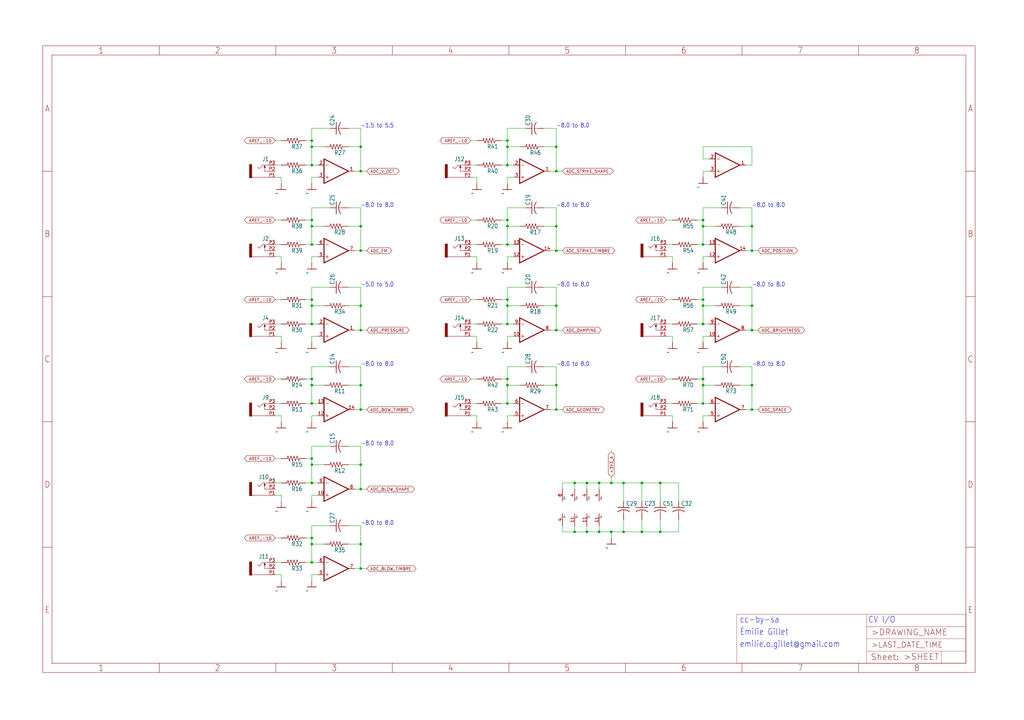
<source format=kicad_sch>
(kicad_sch (version 20211123) (generator eeschema)
  (paper "User" 425.45 299.161)
  (lib_symbols
    (symbol "elements-eagle-import:A3L-LOC"
      (symbol "A3L-LOC_1_0"
        (text "1" (at 24.2094 1.905 0) (effects (font (size 2.54 2.286))))
        (text "1" (at 24.2094 258.445 0) (effects (font (size 2.54 2.286))))
        (text "2" (at 72.6281 1.905 0) (effects (font (size 2.54 2.286))))
        (text "2" (at 72.6281 258.445 0) (effects (font (size 2.54 2.286))))
        (text "3" (at 121.0469 1.905 0) (effects (font (size 2.54 2.286))))
        (text "3" (at 121.0469 258.445 0) (effects (font (size 2.54 2.286))))
        (text "4" (at 169.4656 1.905 0) (effects (font (size 2.54 2.286))))
        (text "4" (at 169.4656 258.445 0) (effects (font (size 2.54 2.286))))
        (text "5" (at 217.8844 1.905 0) (effects (font (size 2.54 2.286))))
        (text "5" (at 217.8844 258.445 0) (effects (font (size 2.54 2.286))))
        (text "6" (at 266.3031 1.905 0) (effects (font (size 2.54 2.286))))
        (text "6" (at 266.3031 258.445 0) (effects (font (size 2.54 2.286))))
        (text "7" (at 314.7219 1.905 0) (effects (font (size 2.54 2.286))))
        (text "7" (at 314.7219 258.445 0) (effects (font (size 2.54 2.286))))
        (text "8" (at 363.1406 1.905 0) (effects (font (size 2.54 2.286))))
        (text "8" (at 363.1406 258.445 0) (effects (font (size 2.54 2.286))))
        (text ">DRAWING_NAME" (at 344.17 15.24 0) (effects (font (size 2.54 2.54)) (justify left bottom)))
        (text ">LAST_DATE_TIME" (at 344.17 10.16 0) (effects (font (size 2.286 2.286)) (justify left bottom)))
        (text ">SHEET" (at 357.505 5.08 0) (effects (font (size 2.54 2.54)) (justify left bottom)))
        (text "A" (at 1.905 234.315 0) (effects (font (size 2.54 2.286))))
        (text "A" (at 385.445 234.315 0) (effects (font (size 2.54 2.286))))
        (text "B" (at 1.905 182.245 0) (effects (font (size 2.54 2.286))))
        (text "B" (at 385.445 182.245 0) (effects (font (size 2.54 2.286))))
        (text "C" (at 1.905 130.175 0) (effects (font (size 2.54 2.286))))
        (text "C" (at 385.445 130.175 0) (effects (font (size 2.54 2.286))))
        (text "D" (at 1.905 78.105 0) (effects (font (size 2.54 2.286))))
        (text "D" (at 385.445 78.105 0) (effects (font (size 2.54 2.286))))
        (text "E" (at 1.905 26.035 0) (effects (font (size 2.54 2.286))))
        (text "E" (at 385.445 26.035 0) (effects (font (size 2.54 2.286))))
        (text "Sheet:" (at 343.916 4.953 0) (effects (font (size 2.54 2.54)) (justify left bottom)))
      )
    )
    (symbol "elements-eagle-import:C-USC0603"
      (property "Reference" "C" (at 1.016 0.635 0))
      (property "Value" "C-USC0603" (at 1.016 -4.191 0))
      (symbol "C-USC0603_1_0"
        (pin passive line (at 0 2.54 270) (length 2.54) (name "1") (number "1"))
        (pin passive line (at 0 -5.08 90) (length 2.54) (name "2") (number "2"))
      )
    )
    (symbol "elements-eagle-import:GND" (power)
      (property "Value" "GND" (at -2.54 -2.54 0))
      (symbol "GND_1_0"
        (pin power_in line (at 0 2.54 270) (length 2.54) (name "GND") (number "1"))
      )
    )
    (symbol "elements-eagle-import:PJ301_THONKICONN6"
      (property "Reference" "J" (at -2.54 4.064 0))
      (symbol "PJ301_THONKICONN6_1_0"
        (pin passive line (at -5.08 -2.54 0) (length 2.54) (name "1") (number "P1"))
        (pin passive line (at -5.08 0 0) (length 2.54) (name "2") (number "P2"))
        (pin passive line (at -5.08 2.54 0) (length 2.54) (name "3") (number "P3"))
      )
    )
    (symbol "elements-eagle-import:R-US_R0603"
      (property "Reference" "R" (at -3.81 1.4986 0))
      (property "Value" "R-US_R0603" (at -3.81 -3.302 0))
      (symbol "R-US_R0603_1_0"
        (pin passive line (at -5.08 0 0) (length 2.54) (name "1") (number "1"))
        (pin passive line (at 5.08 0 180) (length 2.54) (name "2") (number "2"))
      )
    )
    (symbol "elements-eagle-import:TL072D"
      (symbol "TL072D_1_0"
        (pin output line (at 7.62 0 180) (length 2.54) (name "OUT") (number "1"))
        (pin input line (at -7.62 -2.54 0) (length 2.54) (name "-IN") (number "2"))
        (pin input line (at -7.62 2.54 0) (length 2.54) (name "+IN") (number "3"))
      )
      (symbol "TL072D_2_0"
        (pin input line (at -7.62 2.54 0) (length 2.54) (name "+IN") (number "5"))
        (pin input line (at -7.62 -2.54 0) (length 2.54) (name "-IN") (number "6"))
        (pin output line (at 7.62 0 180) (length 2.54) (name "OUT") (number "7"))
      )
      (symbol "TL072D_3_0"
        (text "V+" (at 1.27 3.175 900) (effects (font (size 0.8128 0.6908)) (justify left bottom)))
        (text "V-" (at 1.27 -4.445 900) (effects (font (size 0.8128 0.6908)) (justify left bottom)))
        (pin power_in line (at 0 -7.62 90) (length 5.08) (name "V-") (number "4"))
        (pin power_in line (at 0 7.62 270) (length 5.08) (name "V+") (number "8"))
      )
    )
    (symbol "elements-eagle-import:TL074D"
      (symbol "TL074D_1_0"
        (pin output line (at 7.62 0 180) (length 2.54) (name "OUT") (number "1"))
        (pin input line (at -7.62 -2.54 0) (length 2.54) (name "-IN") (number "2"))
        (pin input line (at -7.62 2.54 0) (length 2.54) (name "+IN") (number "3"))
      )
      (symbol "TL074D_2_0"
        (pin input line (at -7.62 2.54 0) (length 2.54) (name "+IN") (number "5"))
        (pin input line (at -7.62 -2.54 0) (length 2.54) (name "-IN") (number "6"))
        (pin output line (at 7.62 0 180) (length 2.54) (name "OUT") (number "7"))
      )
      (symbol "TL074D_3_0"
        (pin input line (at -7.62 2.54 0) (length 2.54) (name "+IN") (number "10"))
        (pin output line (at 7.62 0 180) (length 2.54) (name "OUT") (number "8"))
        (pin input line (at -7.62 -2.54 0) (length 2.54) (name "-IN") (number "9"))
      )
      (symbol "TL074D_4_0"
        (pin input line (at -7.62 2.54 0) (length 2.54) (name "+IN") (number "12"))
        (pin input line (at -7.62 -2.54 0) (length 2.54) (name "-IN") (number "13"))
        (pin output line (at 7.62 0 180) (length 2.54) (name "OUT") (number "14"))
      )
      (symbol "TL074D_5_0"
        (text "V+" (at 1.27 3.175 900) (effects (font (size 0.8128 0.6908)) (justify left bottom)))
        (text "V-" (at 1.27 -4.445 900) (effects (font (size 0.8128 0.6908)) (justify left bottom)))
        (pin power_in line (at 0 -7.62 90) (length 5.08) (name "V-") (number "11"))
        (pin power_in line (at 0 7.62 270) (length 5.08) (name "V+") (number "4"))
      )
    )
  )
  (junction (at 312.42 137.16))
  (junction (at 231.14 60.96))
  (junction (at 149.86 160.02))
  (junction (at 238.76 200.66))
  (junction (at 149.86 170.18))
  (junction (at 292.1 91.44))
  (junction (at 129.54 167.64))
  (junction (at 210.82 167.64))
  (junction (at 210.82 160.02))
  (junction (at 266.7 200.66))
  (junction (at 254 220.98))
  (junction (at 292.1 93.98))
  (junction (at 231.14 104.14))
  (junction (at 312.42 104.14))
  (junction (at 231.14 160.02))
  (junction (at 243.84 200.66))
  (junction (at 248.92 200.66))
  (junction (at 149.86 236.22))
  (junction (at 312.42 160.02))
  (junction (at 254 200.66))
  (junction (at 292.1 101.6))
  (junction (at 210.82 101.6))
  (junction (at 292.1 167.64))
  (junction (at 312.42 93.98))
  (junction (at 129.54 91.44))
  (junction (at 129.54 124.46))
  (junction (at 129.54 160.02))
  (junction (at 259.08 220.98))
  (junction (at 210.82 60.96))
  (junction (at 149.86 127))
  (junction (at 210.82 68.58))
  (junction (at 149.86 104.14))
  (junction (at 231.14 93.98))
  (junction (at 231.14 170.18))
  (junction (at 266.7 220.98))
  (junction (at 210.82 127))
  (junction (at 210.82 134.62))
  (junction (at 149.86 60.96))
  (junction (at 129.54 68.58))
  (junction (at 129.54 233.68))
  (junction (at 129.54 93.98))
  (junction (at 238.76 220.98))
  (junction (at 129.54 193.04))
  (junction (at 292.1 124.46))
  (junction (at 129.54 127))
  (junction (at 243.84 220.98))
  (junction (at 292.1 127))
  (junction (at 129.54 200.66))
  (junction (at 274.32 200.66))
  (junction (at 248.92 220.98))
  (junction (at 231.14 71.12))
  (junction (at 210.82 124.46))
  (junction (at 259.08 200.66))
  (junction (at 210.82 157.48))
  (junction (at 129.54 60.96))
  (junction (at 312.42 170.18))
  (junction (at 129.54 157.48))
  (junction (at 274.32 220.98))
  (junction (at 210.82 91.44))
  (junction (at 312.42 127))
  (junction (at 149.86 203.2))
  (junction (at 292.1 134.62))
  (junction (at 129.54 190.5))
  (junction (at 231.14 137.16))
  (junction (at 129.54 134.62))
  (junction (at 149.86 71.12))
  (junction (at 292.1 157.48))
  (junction (at 129.54 58.42))
  (junction (at 231.14 127))
  (junction (at 149.86 93.98))
  (junction (at 149.86 193.04))
  (junction (at 149.86 226.06))
  (junction (at 292.1 160.02))
  (junction (at 129.54 101.6))
  (junction (at 129.54 223.52))
  (junction (at 210.82 93.98))
  (junction (at 149.86 137.16))
  (junction (at 129.54 226.06))
  (junction (at 210.82 58.42))
  (wire (pts (xy 312.42 86.36) (xy 312.42 93.98)))
  (wire (pts (xy 149.86 170.18) (xy 147.32 170.18)))
  (wire (pts (xy 144.78 93.98) (xy 149.86 93.98)))
  (wire (pts (xy 259.08 215.9) (xy 259.08 220.98)))
  (wire (pts (xy 218.44 86.36) (xy 210.82 86.36)))
  (wire (pts (xy 129.54 205.74) (xy 129.54 208.28)))
  (wire (pts (xy 114.3 91.44) (xy 116.84 91.44)))
  (wire (pts (xy 144.78 86.36) (xy 149.86 86.36)))
  (wire (pts (xy 129.54 68.58) (xy 132.08 68.58)))
  (wire (pts (xy 144.78 119.38) (xy 149.86 119.38)))
  (wire (pts (xy 312.42 127) (xy 312.42 137.16)))
  (wire (pts (xy 114.3 68.58) (xy 116.84 68.58)))
  (wire (pts (xy 312.42 170.18) (xy 309.88 170.18)))
  (wire (pts (xy 231.14 71.12) (xy 233.68 71.12)))
  (wire (pts (xy 210.82 127) (xy 210.82 134.62)))
  (wire (pts (xy 292.1 60.96) (xy 312.42 60.96)))
  (wire (pts (xy 208.28 167.64) (xy 210.82 167.64)))
  (wire (pts (xy 226.06 53.34) (xy 231.14 53.34)))
  (wire (pts (xy 134.62 226.06) (xy 129.54 226.06)))
  (wire (pts (xy 127 101.6) (xy 129.54 101.6)))
  (wire (pts (xy 129.54 226.06) (xy 129.54 233.68)))
  (wire (pts (xy 114.3 190.5) (xy 116.84 190.5)))
  (wire (pts (xy 132.08 106.68) (xy 129.54 106.68)))
  (wire (pts (xy 127 134.62) (xy 129.54 134.62)))
  (wire (pts (xy 292.1 119.38) (xy 292.1 124.46)))
  (wire (pts (xy 210.82 160.02) (xy 210.82 167.64)))
  (wire (pts (xy 274.32 200.66) (xy 281.94 200.66)))
  (wire (pts (xy 114.3 58.42) (xy 116.84 58.42)))
  (wire (pts (xy 149.86 53.34) (xy 149.86 60.96)))
  (wire (pts (xy 127 68.58) (xy 129.54 68.58)))
  (wire (pts (xy 132.08 139.7) (xy 129.54 139.7)))
  (wire (pts (xy 149.86 203.2) (xy 147.32 203.2)))
  (wire (pts (xy 274.32 200.66) (xy 274.32 208.28)))
  (wire (pts (xy 213.36 139.7) (xy 210.82 139.7)))
  (wire (pts (xy 114.3 200.66) (xy 116.84 200.66)))
  (wire (pts (xy 208.28 134.62) (xy 210.82 134.62)))
  (wire (pts (xy 231.14 137.16) (xy 228.6 137.16)))
  (wire (pts (xy 134.62 60.96) (xy 129.54 60.96)))
  (wire (pts (xy 215.9 160.02) (xy 210.82 160.02)))
  (wire (pts (xy 299.72 152.4) (xy 292.1 152.4)))
  (wire (pts (xy 281.94 200.66) (xy 281.94 208.28)))
  (wire (pts (xy 149.86 218.44) (xy 149.86 226.06)))
  (wire (pts (xy 114.3 172.72) (xy 116.84 172.72)))
  (wire (pts (xy 289.56 101.6) (xy 292.1 101.6)))
  (wire (pts (xy 243.84 218.44) (xy 243.84 220.98)))
  (wire (pts (xy 210.82 68.58) (xy 213.36 68.58)))
  (wire (pts (xy 114.3 233.68) (xy 116.84 233.68)))
  (wire (pts (xy 210.82 119.38) (xy 210.82 124.46)))
  (wire (pts (xy 210.82 58.42) (xy 210.82 60.96)))
  (wire (pts (xy 137.16 152.4) (xy 129.54 152.4)))
  (wire (pts (xy 198.12 124.46) (xy 195.58 124.46)))
  (wire (pts (xy 210.82 101.6) (xy 213.36 101.6)))
  (wire (pts (xy 195.58 167.64) (xy 198.12 167.64)))
  (wire (pts (xy 238.76 220.98) (xy 243.84 220.98)))
  (wire (pts (xy 127 91.44) (xy 129.54 91.44)))
  (wire (pts (xy 129.54 139.7) (xy 129.54 142.24)))
  (wire (pts (xy 276.86 124.46) (xy 279.4 124.46)))
  (wire (pts (xy 149.86 71.12) (xy 152.4 71.12)))
  (wire (pts (xy 127 58.42) (xy 129.54 58.42)))
  (wire (pts (xy 231.14 86.36) (xy 231.14 93.98)))
  (wire (pts (xy 149.86 104.14) (xy 147.32 104.14)))
  (wire (pts (xy 312.42 60.96) (xy 312.42 68.58)))
  (wire (pts (xy 149.86 185.42) (xy 149.86 193.04)))
  (wire (pts (xy 238.76 218.44) (xy 238.76 220.98)))
  (wire (pts (xy 198.12 73.66) (xy 198.12 76.2)))
  (wire (pts (xy 129.54 60.96) (xy 129.54 68.58)))
  (wire (pts (xy 144.78 60.96) (xy 149.86 60.96)))
  (wire (pts (xy 198.12 172.72) (xy 198.12 175.26)))
  (wire (pts (xy 137.16 53.34) (xy 129.54 53.34)))
  (wire (pts (xy 312.42 170.18) (xy 314.96 170.18)))
  (wire (pts (xy 134.62 127) (xy 129.54 127)))
  (wire (pts (xy 248.92 200.66) (xy 254 200.66)))
  (wire (pts (xy 127 200.66) (xy 129.54 200.66)))
  (wire (pts (xy 129.54 127) (xy 129.54 134.62)))
  (wire (pts (xy 312.42 137.16) (xy 314.96 137.16)))
  (wire (pts (xy 213.36 106.68) (xy 210.82 106.68)))
  (wire (pts (xy 231.14 170.18) (xy 228.6 170.18)))
  (wire (pts (xy 129.54 134.62) (xy 132.08 134.62)))
  (wire (pts (xy 210.82 152.4) (xy 210.82 157.48)))
  (wire (pts (xy 195.58 58.42) (xy 198.12 58.42)))
  (wire (pts (xy 292.1 167.64) (xy 294.64 167.64)))
  (wire (pts (xy 149.86 137.16) (xy 147.32 137.16)))
  (wire (pts (xy 149.86 236.22) (xy 147.32 236.22)))
  (wire (pts (xy 149.86 170.18) (xy 152.4 170.18)))
  (wire (pts (xy 144.78 160.02) (xy 149.86 160.02)))
  (wire (pts (xy 198.12 106.68) (xy 198.12 109.22)))
  (wire (pts (xy 208.28 68.58) (xy 210.82 68.58)))
  (wire (pts (xy 266.7 220.98) (xy 266.7 215.9)))
  (wire (pts (xy 231.14 104.14) (xy 228.6 104.14)))
  (wire (pts (xy 215.9 60.96) (xy 210.82 60.96)))
  (wire (pts (xy 129.54 106.68) (xy 129.54 109.22)))
  (wire (pts (xy 213.36 172.72) (xy 210.82 172.72)))
  (wire (pts (xy 292.1 127) (xy 292.1 134.62)))
  (wire (pts (xy 210.82 172.72) (xy 210.82 175.26)))
  (wire (pts (xy 294.64 71.12) (xy 292.1 71.12)))
  (wire (pts (xy 149.86 104.14) (xy 152.4 104.14)))
  (wire (pts (xy 129.54 58.42) (xy 129.54 60.96)))
  (wire (pts (xy 226.06 119.38) (xy 231.14 119.38)))
  (wire (pts (xy 312.42 93.98) (xy 312.42 104.14)))
  (wire (pts (xy 129.54 124.46) (xy 129.54 127)))
  (wire (pts (xy 292.1 124.46) (xy 292.1 127)))
  (wire (pts (xy 129.54 193.04) (xy 129.54 200.66)))
  (wire (pts (xy 127 157.48) (xy 129.54 157.48)))
  (wire (pts (xy 114.3 106.68) (xy 116.84 106.68)))
  (wire (pts (xy 279.4 106.68) (xy 279.4 109.22)))
  (wire (pts (xy 129.54 86.36) (xy 129.54 91.44)))
  (wire (pts (xy 276.86 106.68) (xy 279.4 106.68)))
  (wire (pts (xy 116.84 205.74) (xy 116.84 208.28)))
  (wire (pts (xy 134.62 160.02) (xy 129.54 160.02)))
  (wire (pts (xy 243.84 203.2) (xy 243.84 200.66)))
  (wire (pts (xy 276.86 167.64) (xy 279.4 167.64)))
  (wire (pts (xy 134.62 193.04) (xy 129.54 193.04)))
  (wire (pts (xy 292.1 91.44) (xy 292.1 93.98)))
  (wire (pts (xy 292.1 71.12) (xy 292.1 73.66)))
  (wire (pts (xy 215.9 127) (xy 210.82 127)))
  (wire (pts (xy 116.84 139.7) (xy 116.84 142.24)))
  (wire (pts (xy 210.82 53.34) (xy 210.82 58.42)))
  (wire (pts (xy 149.86 60.96) (xy 149.86 71.12)))
  (wire (pts (xy 129.54 119.38) (xy 129.54 124.46)))
  (wire (pts (xy 292.1 157.48) (xy 292.1 160.02)))
  (wire (pts (xy 276.86 134.62) (xy 279.4 134.62)))
  (wire (pts (xy 114.3 134.62) (xy 116.84 134.62)))
  (wire (pts (xy 312.42 119.38) (xy 312.42 127)))
  (wire (pts (xy 129.54 185.42) (xy 129.54 190.5)))
  (wire (pts (xy 149.86 160.02) (xy 149.86 170.18)))
  (wire (pts (xy 116.84 106.68) (xy 116.84 109.22)))
  (wire (pts (xy 210.82 134.62) (xy 213.36 134.62)))
  (wire (pts (xy 215.9 93.98) (xy 210.82 93.98)))
  (wire (pts (xy 210.82 73.66) (xy 210.82 76.2)))
  (wire (pts (xy 210.82 167.64) (xy 213.36 167.64)))
  (wire (pts (xy 276.86 139.7) (xy 279.4 139.7)))
  (wire (pts (xy 226.06 93.98) (xy 231.14 93.98)))
  (wire (pts (xy 231.14 93.98) (xy 231.14 104.14)))
  (wire (pts (xy 198.12 139.7) (xy 198.12 142.24)))
  (wire (pts (xy 312.42 104.14) (xy 314.96 104.14)))
  (wire (pts (xy 281.94 220.98) (xy 281.94 215.9)))
  (wire (pts (xy 292.1 160.02) (xy 292.1 167.64)))
  (wire (pts (xy 292.1 66.04) (xy 292.1 60.96)))
  (wire (pts (xy 116.84 73.66) (xy 116.84 76.2)))
  (wire (pts (xy 307.34 93.98) (xy 312.42 93.98)))
  (wire (pts (xy 114.3 73.66) (xy 116.84 73.66)))
  (wire (pts (xy 132.08 238.76) (xy 129.54 238.76)))
  (wire (pts (xy 294.64 139.7) (xy 292.1 139.7)))
  (wire (pts (xy 127 167.64) (xy 129.54 167.64)))
  (wire (pts (xy 226.06 152.4) (xy 231.14 152.4)))
  (wire (pts (xy 116.84 238.76) (xy 116.84 241.3)))
  (wire (pts (xy 132.08 73.66) (xy 129.54 73.66)))
  (wire (pts (xy 266.7 200.66) (xy 274.32 200.66)))
  (wire (pts (xy 231.14 127) (xy 231.14 137.16)))
  (wire (pts (xy 307.34 160.02) (xy 312.42 160.02)))
  (wire (pts (xy 238.76 203.2) (xy 238.76 200.66)))
  (wire (pts (xy 231.14 53.34) (xy 231.14 60.96)))
  (wire (pts (xy 116.84 172.72) (xy 116.84 175.26)))
  (wire (pts (xy 231.14 71.12) (xy 228.6 71.12)))
  (wire (pts (xy 195.58 68.58) (xy 198.12 68.58)))
  (wire (pts (xy 132.08 172.72) (xy 129.54 172.72)))
  (wire (pts (xy 210.82 91.44) (xy 210.82 93.98)))
  (wire (pts (xy 307.34 152.4) (xy 312.42 152.4)))
  (wire (pts (xy 129.54 172.72) (xy 129.54 175.26)))
  (wire (pts (xy 144.78 53.34) (xy 149.86 53.34)))
  (wire (pts (xy 259.08 220.98) (xy 266.7 220.98)))
  (wire (pts (xy 149.86 86.36) (xy 149.86 93.98)))
  (wire (pts (xy 149.86 152.4) (xy 149.86 160.02)))
  (wire (pts (xy 279.4 139.7) (xy 279.4 142.24)))
  (wire (pts (xy 208.28 124.46) (xy 210.82 124.46)))
  (wire (pts (xy 144.78 185.42) (xy 149.86 185.42)))
  (wire (pts (xy 292.1 172.72) (xy 292.1 175.26)))
  (wire (pts (xy 294.64 172.72) (xy 292.1 172.72)))
  (wire (pts (xy 144.78 218.44) (xy 149.86 218.44)))
  (wire (pts (xy 312.42 68.58) (xy 309.88 68.58)))
  (wire (pts (xy 114.3 223.52) (xy 116.84 223.52)))
  (wire (pts (xy 289.56 134.62) (xy 292.1 134.62)))
  (wire (pts (xy 226.06 127) (xy 231.14 127)))
  (wire (pts (xy 114.3 167.64) (xy 116.84 167.64)))
  (wire (pts (xy 218.44 152.4) (xy 210.82 152.4)))
  (wire (pts (xy 231.14 137.16) (xy 233.68 137.16)))
  (wire (pts (xy 266.7 200.66) (xy 266.7 208.28)))
  (wire (pts (xy 149.86 127) (xy 149.86 137.16)))
  (wire (pts (xy 129.54 167.64) (xy 132.08 167.64)))
  (wire (pts (xy 144.78 127) (xy 149.86 127)))
  (wire (pts (xy 299.72 119.38) (xy 292.1 119.38)))
  (wire (pts (xy 127 223.52) (xy 129.54 223.52)))
  (wire (pts (xy 129.54 93.98) (xy 129.54 101.6)))
  (wire (pts (xy 208.28 101.6) (xy 210.82 101.6)))
  (wire (pts (xy 137.16 119.38) (xy 129.54 119.38)))
  (wire (pts (xy 226.06 160.02) (xy 231.14 160.02)))
  (wire (pts (xy 233.68 220.98) (xy 238.76 220.98)))
  (wire (pts (xy 254 200.66) (xy 254 198.12)))
  (wire (pts (xy 307.34 127) (xy 312.42 127)))
  (wire (pts (xy 231.14 152.4) (xy 231.14 160.02)))
  (wire (pts (xy 266.7 220.98) (xy 274.32 220.98)))
  (wire (pts (xy 195.58 73.66) (xy 198.12 73.66)))
  (wire (pts (xy 208.28 58.42) (xy 210.82 58.42)))
  (wire (pts (xy 274.32 220.98) (xy 274.32 215.9)))
  (wire (pts (xy 279.4 172.72) (xy 279.4 175.26)))
  (wire (pts (xy 231.14 104.14) (xy 233.68 104.14)))
  (wire (pts (xy 195.58 101.6) (xy 198.12 101.6)))
  (wire (pts (xy 149.86 226.06) (xy 149.86 236.22)))
  (wire (pts (xy 243.84 220.98) (xy 248.92 220.98)))
  (wire (pts (xy 307.34 86.36) (xy 312.42 86.36)))
  (wire (pts (xy 254 200.66) (xy 259.08 200.66)))
  (wire (pts (xy 149.86 203.2) (xy 152.4 203.2)))
  (wire (pts (xy 195.58 139.7) (xy 198.12 139.7)))
  (wire (pts (xy 233.68 218.44) (xy 233.68 220.98)))
  (wire (pts (xy 312.42 160.02) (xy 312.42 170.18)))
  (wire (pts (xy 254 220.98) (xy 259.08 220.98)))
  (wire (pts (xy 307.34 119.38) (xy 312.42 119.38)))
  (wire (pts (xy 195.58 91.44) (xy 198.12 91.44)))
  (wire (pts (xy 292.1 139.7) (xy 292.1 142.24)))
  (wire (pts (xy 129.54 200.66) (xy 132.08 200.66)))
  (wire (pts (xy 297.18 160.02) (xy 292.1 160.02)))
  (wire (pts (xy 289.56 91.44) (xy 292.1 91.44)))
  (wire (pts (xy 292.1 101.6) (xy 294.64 101.6)))
  (wire (pts (xy 292.1 93.98) (xy 292.1 101.6)))
  (wire (pts (xy 137.16 86.36) (xy 129.54 86.36)))
  (wire (pts (xy 210.82 139.7) (xy 210.82 142.24)))
  (wire (pts (xy 129.54 157.48) (xy 129.54 160.02)))
  (wire (pts (xy 231.14 60.96) (xy 231.14 71.12)))
  (wire (pts (xy 129.54 233.68) (xy 132.08 233.68)))
  (wire (pts (xy 149.86 93.98) (xy 149.86 104.14)))
  (wire (pts (xy 312.42 104.14) (xy 309.88 104.14)))
  (wire (pts (xy 127 233.68) (xy 129.54 233.68)))
  (wire (pts (xy 294.64 66.04) (xy 292.1 66.04)))
  (wire (pts (xy 248.92 218.44) (xy 248.92 220.98)))
  (wire (pts (xy 226.06 60.96) (xy 231.14 60.96)))
  (wire (pts (xy 149.86 193.04) (xy 149.86 203.2)))
  (wire (pts (xy 129.54 218.44) (xy 129.54 223.52)))
  (wire (pts (xy 132.08 205.74) (xy 129.54 205.74)))
  (wire (pts (xy 127 190.5) (xy 129.54 190.5)))
  (wire (pts (xy 231.14 170.18) (xy 233.68 170.18)))
  (wire (pts (xy 289.56 124.46) (xy 292.1 124.46)))
  (wire (pts (xy 129.54 101.6) (xy 132.08 101.6)))
  (wire (pts (xy 129.54 160.02) (xy 129.54 167.64)))
  (wire (pts (xy 312.42 137.16) (xy 309.88 137.16)))
  (wire (pts (xy 137.16 185.42) (xy 129.54 185.42)))
  (wire (pts (xy 233.68 203.2) (xy 233.68 200.66)))
  (wire (pts (xy 208.28 157.48) (xy 210.82 157.48)))
  (wire (pts (xy 292.1 134.62) (xy 294.64 134.62)))
  (wire (pts (xy 210.82 124.46) (xy 210.82 127)))
  (wire (pts (xy 129.54 73.66) (xy 129.54 76.2)))
  (wire (pts (xy 210.82 157.48) (xy 210.82 160.02)))
  (wire (pts (xy 149.86 119.38) (xy 149.86 127)))
  (wire (pts (xy 116.84 157.48) (xy 114.3 157.48)))
  (wire (pts (xy 226.06 86.36) (xy 231.14 86.36)))
  (wire (pts (xy 144.78 193.04) (xy 149.86 193.04)))
  (wire (pts (xy 218.44 119.38) (xy 210.82 119.38)))
  (wire (pts (xy 129.54 91.44) (xy 129.54 93.98)))
  (wire (pts (xy 114.3 101.6) (xy 116.84 101.6)))
  (wire (pts (xy 274.32 220.98) (xy 281.94 220.98)))
  (wire (pts (xy 144.78 152.4) (xy 149.86 152.4)))
  (wire (pts (xy 134.62 93.98) (xy 129.54 93.98)))
  (wire (pts (xy 276.86 91.44) (xy 279.4 91.44)))
  (wire (pts (xy 129.54 223.52) (xy 129.54 226.06)))
  (wire (pts (xy 279.4 157.48) (xy 276.86 157.48)))
  (wire (pts (xy 248.92 220.98) (xy 254 220.98)))
  (wire (pts (xy 218.44 53.34) (xy 210.82 53.34)))
  (wire (pts (xy 289.56 167.64) (xy 292.1 167.64)))
  (wire (pts (xy 129.54 152.4) (xy 129.54 157.48)))
  (wire (pts (xy 297.18 93.98) (xy 292.1 93.98)))
  (wire (pts (xy 238.76 200.66) (xy 243.84 200.66)))
  (wire (pts (xy 195.58 106.68) (xy 198.12 106.68)))
  (wire (pts (xy 210.82 86.36) (xy 210.82 91.44)))
  (wire (pts (xy 259.08 200.66) (xy 259.08 208.28)))
  (wire (pts (xy 195.58 172.72) (xy 198.12 172.72)))
  (wire (pts (xy 254 220.98) (xy 254 223.52)))
  (wire (pts (xy 195.58 134.62) (xy 198.12 134.62)))
  (wire (pts (xy 248.92 203.2) (xy 248.92 200.66)))
  (wire (pts (xy 276.86 172.72) (xy 279.4 172.72)))
  (wire (pts (xy 144.78 226.06) (xy 149.86 226.06)))
  (wire (pts (xy 289.56 157.48) (xy 292.1 157.48)))
  (wire (pts (xy 259.08 200.66) (xy 266.7 200.66)))
  (wire (pts (xy 292.1 106.68) (xy 292.1 109.22)))
  (wire (pts (xy 129.54 190.5) (xy 129.54 193.04)))
  (wire (pts (xy 312.42 152.4) (xy 312.42 160.02)))
  (wire (pts (xy 149.86 137.16) (xy 152.4 137.16)))
  (wire (pts (xy 299.72 86.36) (xy 292.1 86.36)))
  (wire (pts (xy 114.3 139.7) (xy 116.84 139.7)))
  (wire (pts (xy 292.1 152.4) (xy 292.1 157.48)))
  (wire (pts (xy 129.54 53.34) (xy 129.54 58.42)))
  (wire (pts (xy 231.14 119.38) (xy 231.14 127)))
  (wire (pts (xy 149.86 71.12) (xy 147.32 71.12)))
  (wire (pts (xy 114.3 238.76) (xy 116.84 238.76)))
  (wire (pts (xy 129.54 238.76) (xy 129.54 241.3)))
  (wire (pts (xy 114.3 205.74) (xy 116.84 205.74)))
  (wire (pts (xy 127 124.46) (xy 129.54 124.46)))
  (wire (pts (xy 137.16 218.44) (xy 129.54 218.44)))
  (wire (pts (xy 208.28 91.44) (xy 210.82 91.44)))
  (wire (pts (xy 195.58 157.48) (xy 198.12 157.48)))
  (wire (pts (xy 292.1 86.36) (xy 292.1 91.44)))
  (wire (pts (xy 297.18 127) (xy 292.1 127)))
  (wire (pts (xy 231.14 160.02) (xy 231.14 170.18)))
  (wire (pts (xy 210.82 60.96) (xy 210.82 68.58)))
  (wire (pts (xy 213.36 73.66) (xy 210.82 73.66)))
  (wire (pts (xy 210.82 93.98) (xy 210.82 101.6)))
  (wire (pts (xy 276.86 101.6) (xy 279.4 101.6)))
  (wire (pts (xy 243.84 200.66) (xy 248.92 200.66)))
  (wire (pts (xy 114.3 124.46) (xy 116.84 124.46)))
  (wire (pts (xy 233.68 200.66) (xy 238.76 200.66)))
  (wire (pts (xy 149.86 236.22) (xy 152.4 236.22)))
  (wire (pts (xy 294.64 106.68) (xy 292.1 106.68)))
  (wire (pts (xy 210.82 106.68) (xy 210.82 109.22)))
  (text "-8.0 to 8.0" (at 149.86 185.42 180) (effects (font (size 1.778 1.5113)) (justify left bottom)))
  (text "-8.0 to 8.0" (at 231.14 119.38 180) (effects (font (size 1.778 1.5113)) (justify left bottom)))
  (text "-8.0 to 8.0" (at 149.86 86.36 180) (effects (font (size 1.778 1.5113)) (justify left bottom)))
  (text "-8.0 to 8.0" (at 231.14 53.34 180) (effects (font (size 1.778 1.5113)) (justify left bottom)))
  (text "-5.0 to 5.0" (at 149.86 119.38 180) (effects (font (size 1.778 1.5113)) (justify left bottom)))
  (text "Émilie Gillet" (at 307.34 264.16 180) (effects (font (size 2.54 2.159)) (justify left bottom)))
  (text "-8.0 to 8.0" (at 231.14 86.36 180) (effects (font (size 1.778 1.5113)) (justify left bottom)))
  (text "-8.0 to 8.0" (at 312.42 152.4 180) (effects (font (size 1.778 1.5113)) (justify left bottom)))
  (text "-8.0 to 8.0" (at 231.14 152.4 180) (effects (font (size 1.778 1.5113)) (justify left bottom)))
  (text "-8.0 to 8.0" (at 149.86 152.4 180) (effects (font (size 1.778 1.5113)) (justify left bottom)))
  (text "CV I/O" (at 360.68 259.08 180) (effects (font (size 2.54 2.159)) (justify left bottom)))
  (text "-8.0 to 8.0" (at 312.42 86.36 180) (effects (font (size 1.778 1.5113)) (justify left bottom)))
  (text "-8.0 to 8.0" (at 149.86 218.44 180) (effects (font (size 1.778 1.5113)) (justify left bottom)))
  (text "-1.5 to 5.5" (at 149.86 53.34 180) (effects (font (size 1.778 1.5113)) (justify left bottom)))
  (text "emilie.o.gillet@gmail.com" (at 307.34 269.24 180) (effects (font (size 2.54 2.159)) (justify left bottom)))
  (text "-8.0 to 8.0" (at 312.42 119.38 180) (effects (font (size 1.778 1.5113)) (justify left bottom)))
  (text "cc-by-sa" (at 307.34 259.08 180) (effects (font (size 2.54 2.159)) (justify left bottom)))
  (global_label "AREF_-10" (shape bidirectional) (at 276.86 124.46 180) (effects (font (size 1.2446 1.2446))) (property "Intersheet References" "${INTERSHEET_REFS}" (effects hide)))
  (global_label "ADC_SPACE" (shape bidirectional) (at 314.96 170.18 0) (effects (font (size 1.2446 1.2446))) (property "Intersheet References" "${INTERSHEET_REFS}" (effects hide)))
  (global_label "ADC_BRIGHTNESS" (shape bidirectional) (at 314.96 137.16 0) (effects (font (size 1.2446 1.2446))) (property "Intersheet References" "${INTERSHEET_REFS}" (effects hide)))
  (global_label "ADC_STRIKE_TIMBRE" (shape bidirectional) (at 233.68 104.14 0) (effects (font (size 1.2446 1.2446))) (property "Intersheet References" "${INTERSHEET_REFS}" (effects hide)))
  (global_label "ADC_BLOW_TIMBRE" (shape bidirectional) (at 152.4 236.22 0) (effects (font (size 1.2446 1.2446))) (property "Intersheet References" "${INTERSHEET_REFS}" (effects hide)))
  (global_label "AREF_-10" (shape bidirectional) (at 195.58 58.42 180) (effects (font (size 1.2446 1.2446))) (property "Intersheet References" "${INTERSHEET_REFS}" (effects hide)))
  (global_label "AREF_-10" (shape bidirectional) (at 195.58 91.44 180) (effects (font (size 1.2446 1.2446))) (property "Intersheet References" "${INTERSHEET_REFS}" (effects hide)))
  (global_label "AREF_-10" (shape bidirectional) (at 114.3 124.46 180) (effects (font (size 1.2446 1.2446))) (property "Intersheet References" "${INTERSHEET_REFS}" (effects hide)))
  (global_label "ADC_DAMPING" (shape bidirectional) (at 233.68 137.16 0) (effects (font (size 1.2446 1.2446))) (property "Intersheet References" "${INTERSHEET_REFS}" (effects hide)))
  (global_label "AREF_-10" (shape bidirectional) (at 195.58 124.46 180) (effects (font (size 1.2446 1.2446))) (property "Intersheet References" "${INTERSHEET_REFS}" (effects hide)))
  (global_label "AREF_-10" (shape bidirectional) (at 114.3 190.5 180) (effects (font (size 1.2446 1.2446))) (property "Intersheet References" "${INTERSHEET_REFS}" (effects hide)))
  (global_label "+3V3_A" (shape bidirectional) (at 254 198.12 90) (effects (font (size 1.2446 1.2446))) (property "Intersheet References" "${INTERSHEET_REFS}" (effects hide)))
  (global_label "ADC_POSITION" (shape bidirectional) (at 314.96 104.14 0) (effects (font (size 1.2446 1.2446))) (property "Intersheet References" "${INTERSHEET_REFS}" (effects hide)))
  (global_label "AREF_-10" (shape bidirectional) (at 276.86 91.44 180) (effects (font (size 1.2446 1.2446))) (property "Intersheet References" "${INTERSHEET_REFS}" (effects hide)))
  (global_label "ADC_PRESSURE" (shape bidirectional) (at 152.4 137.16 0) (effects (font (size 1.2446 1.2446))) (property "Intersheet References" "${INTERSHEET_REFS}" (effects hide)))
  (global_label "AREF_-10" (shape bidirectional) (at 114.3 91.44 180) (effects (font (size 1.2446 1.2446))) (property "Intersheet References" "${INTERSHEET_REFS}" (effects hide)))
  (global_label "ADC_BLOW_SHAPE" (shape bidirectional) (at 152.4 203.2 0) (effects (font (size 1.2446 1.2446))) (property "Intersheet References" "${INTERSHEET_REFS}" (effects hide)))
  (global_label "AREF_-10" (shape bidirectional) (at 276.86 157.48 180) (effects (font (size 1.2446 1.2446))) (property "Intersheet References" "${INTERSHEET_REFS}" (effects hide)))
  (global_label "AREF_-10" (shape bidirectional) (at 114.3 58.42 180) (effects (font (size 1.2446 1.2446))) (property "Intersheet References" "${INTERSHEET_REFS}" (effects hide)))
  (global_label "ADC_V_OCT" (shape bidirectional) (at 152.4 71.12 0) (effects (font (size 1.2446 1.2446))) (property "Intersheet References" "${INTERSHEET_REFS}" (effects hide)))
  (global_label "ADC_FM" (shape bidirectional) (at 152.4 104.14 0) (effects (font (size 1.2446 1.2446))) (property "Intersheet References" "${INTERSHEET_REFS}" (effects hide)))
  (global_label "AREF_-10" (shape bidirectional) (at 195.58 157.48 180) (effects (font (size 1.2446 1.2446))) (property "Intersheet References" "${INTERSHEET_REFS}" (effects hide)))
  (global_label "ADC_STRIKE_SHAPE" (shape bidirectional) (at 233.68 71.12 0) (effects (font (size 1.2446 1.2446))) (property "Intersheet References" "${INTERSHEET_REFS}" (effects hide)))
  (global_label "AREF_-10" (shape bidirectional) (at 114.3 157.48 180) (effects (font (size 1.2446 1.2446))) (property "Intersheet References" "${INTERSHEET_REFS}" (effects hide)))
  (global_label "AREF_-10" (shape bidirectional) (at 114.3 223.52 180) (effects (font (size 1.2446 1.2446))) (property "Intersheet References" "${INTERSHEET_REFS}" (effects hide)))
  (global_label "ADC_GEOMETRY" (shape bidirectional) (at 233.68 170.18 0) (effects (font (size 1.2446 1.2446))) (property "Intersheet References" "${INTERSHEET_REFS}" (effects hide)))
  (global_label "ADC_BOW_TIMBRE" (shape bidirectional) (at 152.4 170.18 0) (effects (font (size 1.2446 1.2446))) (property "Intersheet References" "${INTERSHEET_REFS}" (effects hide)))
  (symbol (lib_id "elements-eagle-import:R-US_R0603") (at 203.2 68.58 180) (unit 1)
    (property "Reference" "R40" (at 207.01 70.0786 0) (effects (font (size 1.778 1.5113)) (justify left bottom)))
  )
  (symbol (lib_id "elements-eagle-import:C-USC0603") (at 266.7 210.82 0) (unit 1)
    (property "Reference" "C23" (at 267.716 210.185 0) (effects (font (size 1.778 1.5113)) (justify left bottom)))
  )
  (symbol (lib_id "elements-eagle-import:C-USC0603") (at 302.26 86.36 90) (unit 1)
    (property "Reference" "C41" (at 301.625 85.344 0) (effects (font (size 1.778 1.5113)) (justify left bottom)))
  )
  (symbol (lib_id "elements-eagle-import:GND") (at 198.12 177.8 0) (unit 1)
    (property "Reference" "#GND66" (effects hide))
  )
  (symbol (lib_id "elements-eagle-import:GND") (at 198.12 111.76 0) (unit 1)
    (property "Reference" "#GND3" (effects hide))
  )
  (symbol (lib_id "elements-eagle-import:C-USC0603") (at 259.08 210.82 0) (unit 1)
    (property "Reference" "C29" (at 260.096 210.185 0) (effects (font (size 1.778 1.5113)) (justify left bottom)))
  )
  (symbol (lib_id "elements-eagle-import:R-US_R0603") (at 203.2 58.42 180) (unit 1)
    (property "Reference" "R41" (at 207.01 59.9186 0) (effects (font (size 1.778 1.5113)) (justify left bottom)))
  )
  (symbol (lib_id "elements-eagle-import:R-US_R0603") (at 203.2 91.44 180) (unit 1)
    (property "Reference" "R20" (at 207.01 92.9386 0) (effects (font (size 1.778 1.5113)) (justify left bottom)))
  )
  (symbol (lib_id "elements-eagle-import:R-US_R0603") (at 121.92 233.68 180) (unit 1)
    (property "Reference" "R33" (at 125.73 235.1786 0) (effects (font (size 1.778 1.5113)) (justify left bottom)))
  )
  (symbol (lib_id "elements-eagle-import:R-US_R0603") (at 139.7 193.04 180) (unit 1)
    (property "Reference" "R12" (at 143.51 194.5386 0) (effects (font (size 1.778 1.5113)) (justify left bottom)))
  )
  (symbol (lib_id "elements-eagle-import:GND") (at 292.1 144.78 0) (unit 1)
    (property "Reference" "#GND62" (effects hide))
  )
  (symbol (lib_id "elements-eagle-import:R-US_R0603") (at 121.92 200.66 180) (unit 1)
    (property "Reference" "R16" (at 125.73 202.1586 0) (effects (font (size 1.778 1.5113)) (justify left bottom)))
  )
  (symbol (lib_id "elements-eagle-import:PJ301_THONKICONN6") (at 109.22 104.14 0) (mirror y) (unit 1)
    (property "Reference" "J2" (at 111.76 100.076 0) (effects (font (size 1.778 1.5113)) (justify left bottom)))
  )
  (symbol (lib_id "elements-eagle-import:GND") (at 116.84 78.74 0) (unit 1)
    (property "Reference" "#GND7" (effects hide))
  )
  (symbol (lib_id "elements-eagle-import:GND") (at 116.84 177.8 0) (unit 1)
    (property "Reference" "#GND8" (effects hide))
  )
  (symbol (lib_id "elements-eagle-import:C-USC0603") (at 139.7 218.44 90) (unit 1)
    (property "Reference" "C27" (at 139.065 217.424 0) (effects (font (size 1.778 1.5113)) (justify left bottom)))
  )
  (symbol (lib_id "elements-eagle-import:R-US_R0603") (at 121.92 124.46 180) (unit 1)
    (property "Reference" "R31" (at 125.73 125.9586 0) (effects (font (size 1.778 1.5113)) (justify left bottom)))
  )
  (symbol (lib_id "elements-eagle-import:GND") (at 129.54 144.78 0) (unit 1)
    (property "Reference" "#GND76" (effects hide))
  )
  (symbol (lib_id "elements-eagle-import:PJ301_THONKICONN6") (at 271.78 104.14 0) (mirror y) (unit 1)
    (property "Reference" "J16" (at 274.32 100.076 0) (effects (font (size 1.778 1.5113)) (justify left bottom)))
  )
  (symbol (lib_id "elements-eagle-import:TL074D") (at 302.26 104.14 0) (mirror x) (unit 4)
    (property "Reference" "IC13" (effects hide))
  )
  (symbol (lib_id "elements-eagle-import:C-USC0603") (at 274.32 210.82 0) (unit 1)
    (property "Reference" "C51" (at 275.336 210.185 0) (effects (font (size 1.778 1.5113)) (justify left bottom)))
  )
  (symbol (lib_id "elements-eagle-import:GND") (at 116.84 111.76 0) (unit 1)
    (property "Reference" "#GND6" (effects hide))
  )
  (symbol (lib_id "elements-eagle-import:GND") (at 116.84 210.82 0) (unit 1)
    (property "Reference" "#GND1" (effects hide))
  )
  (symbol (lib_id "elements-eagle-import:C-USC0603") (at 302.26 152.4 90) (unit 1)
    (property "Reference" "C50" (at 301.625 151.384 0) (effects (font (size 1.778 1.5113)) (justify left bottom)))
  )
  (symbol (lib_id "elements-eagle-import:GND") (at 129.54 243.84 0) (unit 1)
    (property "Reference" "#GND52" (effects hide))
  )
  (symbol (lib_id "elements-eagle-import:PJ301_THONKICONN6") (at 109.22 236.22 0) (mirror y) (unit 1)
    (property "Reference" "J11" (at 111.76 232.156 0) (effects (font (size 1.778 1.5113)) (justify left bottom)))
  )
  (symbol (lib_id "elements-eagle-import:GND") (at 129.54 111.76 0) (unit 1)
    (property "Reference" "#GND13" (effects hide))
  )
  (symbol (lib_id "elements-eagle-import:GND") (at 116.84 243.84 0) (unit 1)
    (property "Reference" "#GND47" (effects hide))
  )
  (symbol (lib_id "elements-eagle-import:PJ301_THONKICONN6") (at 190.5 71.12 0) (mirror y) (unit 1)
    (property "Reference" "J12" (at 193.04 67.056 0) (effects (font (size 1.778 1.5113)) (justify left bottom)))
  )
  (symbol (lib_id "elements-eagle-import:R-US_R0603") (at 139.7 60.96 180) (unit 1)
    (property "Reference" "R27" (at 143.51 62.4586 0) (effects (font (size 1.778 1.5113)) (justify left bottom)))
  )
  (symbol (lib_id "elements-eagle-import:GND") (at 116.84 144.78 0) (unit 1)
    (property "Reference" "#GND75" (effects hide))
  )
  (symbol (lib_id "elements-eagle-import:PJ301_THONKICONN6") (at 190.5 170.18 0) (mirror y) (unit 1)
    (property "Reference" "J15" (at 193.04 166.116 0) (effects (font (size 1.778 1.5113)) (justify left bottom)))
  )
  (symbol (lib_id "elements-eagle-import:GND") (at 210.82 177.8 0) (unit 1)
    (property "Reference" "#GND72" (effects hide))
  )
  (symbol (lib_id "elements-eagle-import:R-US_R0603") (at 284.48 167.64 180) (unit 1)
    (property "Reference" "R71" (at 288.29 169.1386 0) (effects (font (size 1.778 1.5113)) (justify left bottom)))
  )
  (symbol (lib_id "elements-eagle-import:GND") (at 279.4 111.76 0) (unit 1)
    (property "Reference" "#GND73" (effects hide))
  )
  (symbol (lib_id "elements-eagle-import:R-US_R0603") (at 220.98 160.02 180) (unit 1)
    (property "Reference" "R29" (at 224.79 161.5186 0) (effects (font (size 1.778 1.5113)) (justify left bottom)))
  )
  (symbol (lib_id "elements-eagle-import:C-USC0603") (at 139.7 119.38 90) (unit 1)
    (property "Reference" "C26" (at 139.065 118.364 0) (effects (font (size 1.778 1.5113)) (justify left bottom)))
  )
  (symbol (lib_id "elements-eagle-import:PJ301_THONKICONN6") (at 271.78 137.16 0) (mirror y) (unit 1)
    (property "Reference" "J17" (at 274.32 133.096 0) (effects (font (size 1.778 1.5113)) (justify left bottom)))
  )
  (symbol (lib_id "elements-eagle-import:PJ301_THONKICONN6") (at 190.5 137.16 0) (mirror y) (unit 1)
    (property "Reference" "J14" (at 193.04 133.096 0) (effects (font (size 1.778 1.5113)) (justify left bottom)))
  )
  (symbol (lib_id "elements-eagle-import:R-US_R0603") (at 284.48 91.44 180) (unit 1)
    (property "Reference" "R55" (at 288.29 92.9386 0) (effects (font (size 1.778 1.5113)) (justify left bottom)))
  )
  (symbol (lib_id "elements-eagle-import:GND") (at 292.1 76.2 0) (unit 1)
    (property "Reference" "#GND77" (effects hide))
  )
  (symbol (lib_id "elements-eagle-import:C-USC0603") (at 220.98 119.38 90) (unit 1)
    (property "Reference" "C20" (at 220.345 118.364 0) (effects (font (size 1.778 1.5113)) (justify left bottom)))
  )
  (symbol (lib_id "elements-eagle-import:TL074D") (at 248.92 210.82 0) (unit 5)
    (property "Reference" "IC6" (effects hide))
  )
  (symbol (lib_id "elements-eagle-import:R-US_R0603") (at 284.48 101.6 180) (unit 1)
    (property "Reference" "R54" (at 288.29 103.0986 0) (effects (font (size 1.778 1.5113)) (justify left bottom)))
  )
  (symbol (lib_id "elements-eagle-import:C-USC0603") (at 139.7 185.42 90) (unit 1)
    (property "Reference" "C15" (at 139.065 184.404 0) (effects (font (size 1.778 1.5113)) (justify left bottom)))
  )
  (symbol (lib_id "elements-eagle-import:GND") (at 279.4 144.78 0) (unit 1)
    (property "Reference" "#GND53" (effects hide))
  )
  (symbol (lib_id "elements-eagle-import:R-US_R0603") (at 121.92 58.42 180) (unit 1)
    (property "Reference" "R37" (at 125.73 59.9186 0) (effects (font (size 1.778 1.5113)) (justify left bottom)))
  )
  (symbol (lib_id "elements-eagle-import:TL074D") (at 243.84 210.82 0) (unit 5)
    (property "Reference" "IC7" (effects hide))
  )
  (symbol (lib_id "elements-eagle-import:GND") (at 129.54 177.8 0) (unit 1)
    (property "Reference" "#GND9" (effects hide))
  )
  (symbol (lib_id "elements-eagle-import:R-US_R0603") (at 121.92 101.6 180) (unit 1)
    (property "Reference" "R39" (at 125.73 103.0986 0) (effects (font (size 1.778 1.5113)) (justify left bottom)))
  )
  (symbol (lib_id "elements-eagle-import:TL074D") (at 302.26 170.18 0) (mirror x) (unit 2)
    (property "Reference" "IC13" (effects hide))
  )
  (symbol (lib_id "elements-eagle-import:GND") (at 210.82 144.78 0) (unit 1)
    (property "Reference" "#GND44" (effects hide))
  )
  (symbol (lib_id "elements-eagle-import:R-US_R0603") (at 220.98 93.98 180) (unit 1)
    (property "Reference" "R17" (at 224.79 95.4786 0) (effects (font (size 1.778 1.5113)) (justify left bottom)))
  )
  (symbol (lib_id "elements-eagle-import:R-US_R0603") (at 302.26 127 180) (unit 1)
    (property "Reference" "R49" (at 306.07 128.4986 0) (effects (font (size 1.778 1.5113)) (justify left bottom)))
  )
  (symbol (lib_id "elements-eagle-import:C-USC0603") (at 281.94 210.82 0) (unit 1)
    (property "Reference" "C32" (at 282.956 210.185 0) (effects (font (size 1.778 1.5113)) (justify left bottom)))
  )
  (symbol (lib_id "elements-eagle-import:GND") (at 129.54 78.74 0) (unit 1)
    (property "Reference" "#GND11" (effects hide))
  )
  (symbol (lib_id "elements-eagle-import:R-US_R0603") (at 203.2 167.64 180) (unit 1)
    (property "Reference" "R43" (at 207.01 169.1386 0) (effects (font (size 1.778 1.5113)) (justify left bottom)))
  )
  (symbol (lib_id "elements-eagle-import:R-US_R0603") (at 302.26 160.02 180) (unit 1)
    (property "Reference" "R73" (at 306.07 161.5186 0) (effects (font (size 1.778 1.5113)) (justify left bottom)))
  )
  (symbol (lib_id "elements-eagle-import:TL074D") (at 220.98 71.12 0) (mirror x) (unit 1)
    (property "Reference" "IC7" (effects hide))
  )
  (symbol (lib_id "elements-eagle-import:GND") (at 210.82 111.76 0) (unit 1)
    (property "Reference" "#GND42" (effects hide))
  )
  (symbol (lib_id "elements-eagle-import:C-USC0603") (at 139.7 53.34 90) (unit 1)
    (property "Reference" "C24" (at 139.065 52.324 0) (effects (font (size 1.778 1.5113)) (justify left bottom)))
  )
  (symbol (lib_id "elements-eagle-import:TL074D") (at 220.98 104.14 0) (mirror x) (unit 4)
    (property "Reference" "IC7" (effects hide))
  )
  (symbol (lib_id "elements-eagle-import:PJ301_THONKICONN6") (at 109.22 170.18 0) (mirror y) (unit 1)
    (property "Reference" "J9" (at 111.76 166.116 0) (effects (font (size 1.778 1.5113)) (justify left bottom)))
  )
  (symbol (lib_id "elements-eagle-import:R-US_R0603") (at 302.26 93.98 180) (unit 1)
    (property "Reference" "R48" (at 306.07 95.4786 0) (effects (font (size 1.778 1.5113)) (justify left bottom)))
  )
  (symbol (lib_id "elements-eagle-import:TL074D") (at 238.76 210.82 0) (unit 5)
    (property "Reference" "IC13" (effects hide))
  )
  (symbol (lib_id "elements-eagle-import:GND") (at 292.1 177.8 0) (unit 1)
    (property "Reference" "#GND64" (effects hide))
  )
  (symbol (lib_id "elements-eagle-import:GND") (at 198.12 144.78 0) (unit 1)
    (property "Reference" "#GND43" (effects hide))
  )
  (symbol (lib_id "elements-eagle-import:R-US_R0603") (at 121.92 157.48 180) (unit 1)
    (property "Reference" "R14" (at 125.73 158.9786 0) (effects (font (size 1.778 1.5113)) (justify left bottom)))
  )
  (symbol (lib_id "elements-eagle-import:R-US_R0603") (at 139.7 226.06 180) (unit 1)
    (property "Reference" "R35" (at 143.51 227.5586 0) (effects (font (size 1.778 1.5113)) (justify left bottom)))
  )
  (symbol (lib_id "elements-eagle-import:TL074D") (at 302.26 68.58 0) (mirror x) (unit 1)
    (property "Reference" "IC13" (effects hide))
  )
  (symbol (lib_id "elements-eagle-import:R-US_R0603") (at 203.2 101.6 180) (unit 1)
    (property "Reference" "R19" (at 207.01 103.0986 0) (effects (font (size 1.778 1.5113)) (justify left bottom)))
  )
  (symbol (lib_id "elements-eagle-import:PJ301_THONKICONN6") (at 190.5 104.14 0) (mirror y) (unit 1)
    (property "Reference" "J13" (at 193.04 100.076 0) (effects (font (size 1.778 1.5113)) (justify left bottom)))
  )
  (symbol (lib_id "elements-eagle-import:GND") (at 129.54 210.82 0) (unit 1)
    (property "Reference" "#GND2" (effects hide))
  )
  (symbol (lib_id "elements-eagle-import:TL074D") (at 139.7 170.18 0) (mirror x) (unit 4)
    (property "Reference" "IC6" (effects hide))
  )
  (symbol (lib_id "elements-eagle-import:R-US_R0603") (at 139.7 160.02 180) (unit 1)
    (property "Reference" "R11" (at 143.51 161.5186 0) (effects (font (size 1.778 1.5113)) (justify left bottom)))
  )
  (symbol (lib_id "elements-eagle-import:GND") (at 254 226.06 0) (unit 1)
    (property "Reference" "#GND28" (effects hide))
  )
  (symbol (lib_id "elements-eagle-import:R-US_R0603") (at 121.92 167.64 180) (unit 1)
    (property "Reference" "R13" (at 125.73 169.1386 0) (effects (font (size 1.778 1.5113)) (justify left bottom)))
  )
  (symbol (lib_id "elements-eagle-import:TL074D") (at 220.98 137.16 0) (mirror x) (unit 3)
    (property "Reference" "IC7" (effects hide))
  )
  (symbol (lib_id "elements-eagle-import:TL074D") (at 302.26 137.16 0) (mirror x) (unit 3)
    (property "Reference" "IC13" (effects hide))
  )
  (symbol (lib_id "elements-eagle-import:R-US_R0603") (at 121.92 68.58 180) (unit 1)
    (property "Reference" "R36" (at 125.73 70.0786 0) (effects (font (size 1.778 1.5113)) (justify left bottom)))
  )
  (symbol (lib_id "elements-eagle-import:R-US_R0603") (at 284.48 157.48 180) (unit 1)
    (property "Reference" "R70" (at 288.29 158.9786 0) (effects (font (size 1.778 1.5113)) (justify left bottom)))
  )
  (symbol (lib_id "elements-eagle-import:R-US_R0603") (at 121.92 134.62 180) (unit 1)
    (property "Reference" "R30" (at 125.73 136.1186 0) (effects (font (size 1.778 1.5113)) (justify left bottom)))
  )
  (symbol (lib_id "elements-eagle-import:PJ301_THONKICONN6") (at 109.22 137.16 0) (mirror y) (unit 1)
    (property "Reference" "J4" (at 111.76 133.096 0) (effects (font (size 1.778 1.5113)) (justify left bottom)))
  )
  (symbol (lib_id "elements-eagle-import:TL072D") (at 139.7 104.14 0) (mirror x) (unit 2)
    (property "Reference" "IC9" (effects hide))
  )
  (symbol (lib_id "elements-eagle-import:GND") (at 198.12 78.74 0) (unit 1)
    (property "Reference" "#GND45" (effects hide))
  )
  (symbol (lib_id "elements-eagle-import:R-US_R0603") (at 284.48 124.46 180) (unit 1)
    (property "Reference" "R56" (at 288.29 125.9586 0) (effects (font (size 1.778 1.5113)) (justify left bottom)))
  )
  (symbol (lib_id "elements-eagle-import:TL074D") (at 139.7 203.2 0) (mirror x) (unit 3)
    (property "Reference" "IC6" (effects hide))
  )
  (symbol (lib_id "elements-eagle-import:TL072D") (at 233.68 210.82 0) (unit 3)
    (property "Reference" "IC9" (effects hide))
  )
  (symbol (lib_id "elements-eagle-import:C-USC0603") (at 139.7 152.4 90) (unit 1)
    (property "Reference" "C14" (at 139.065 151.384 0) (effects (font (size 1.778 1.5113)) (justify left bottom)))
  )
  (symbol (lib_id "elements-eagle-import:TL074D") (at 139.7 137.16 0) (mirror x) (unit 1)
    (property "Reference" "IC6" (effects hide))
  )
  (symbol (lib_id "elements-eagle-import:GND") (at 279.4 177.8 0) (unit 1)
    (property "Reference" "#GND63" (effects hide))
  )
  (symbol (lib_id "elements-eagle-import:R-US_R0603") (at 121.92 190.5 180) (unit 1)
    (property "Reference" "R15" (at 125.73 191.9986 0) (effects (font (size 1.778 1.5113)) (justify left bottom)))
  )
  (symbol (lib_id "elements-eagle-import:PJ301_THONKICONN6") (at 109.22 71.12 0) (mirror y) (unit 1)
    (property "Reference" "J1" (at 111.76 67.056 0) (effects (font (size 1.778 1.5113)) (justify left bottom)))
  )
  (symbol (lib_id "elements-eagle-import:R-US_R0603") (at 220.98 60.96 180) (unit 1)
    (property "Reference" "R46" (at 224.79 62.4586 0) (effects (font (size 1.778 1.5113)) (justify left bottom)))
  )
  (symbol (lib_id "elements-eagle-import:R-US_R0603") (at 220.98 127 180) (unit 1)
    (property "Reference" "R18" (at 224.79 128.4986 0) (effects (font (size 1.778 1.5113)) (justify left bottom)))
  )
  (symbol (lib_id "elements-eagle-import:R-US_R0603") (at 121.92 223.52 180) (unit 1)
    (property "Reference" "R32" (at 125.73 225.0186 0) (effects (font (size 1.778 1.5113)) (justify left bottom)))
  )
  (symbol (lib_id "elements-eagle-import:C-USC0603") (at 220.98 86.36 90) (unit 1)
    (property "Reference" "C19" (at 220.345 85.344 0) (effects (font (size 1.778 1.5113)) (justify left bottom)))
  )
  (symbol (lib_id "elements-eagle-import:PJ301_THONKICONN6") (at 271.78 170.18 0) (mirror y) (unit 1)
    (property "Reference" "J18" (at 274.32 166.116 0) (effects (font (size 1.778 1.5113)) (justify left bottom)))
  )
  (symbol (lib_id "elements-eagle-import:TL072D") (at 139.7 71.12 0) (mirror x) (unit 1)
    (property "Reference" "IC9" (effects hide))
  )
  (symbol (lib_id "elements-eagle-import:C-USC0603") (at 220.98 152.4 90) (unit 1)
    (property "Reference" "C28" (at 220.345 151.384 0) (effects (font (size 1.778 1.5113)) (justify left bottom)))
  )
  (symbol (lib_id "elements-eagle-import:C-USC0603") (at 302.26 119.38 90) (unit 1)
    (property "Reference" "C42" (at 301.625 118.364 0) (effects (font (size 1.778 1.5113)) (justify left bottom)))
  )
  (symbol (lib_id "elements-eagle-import:R-US_R0603") (at 139.7 127 180) (unit 1)
    (property "Reference" "R34" (at 143.51 128.4986 0) (effects (font (size 1.778 1.5113)) (justify left bottom)))
  )
  (symbol (lib_id "elements-eagle-import:GND") (at 292.1 111.76 0) (unit 1)
    (property "Reference" "#GND74" (effects hide))
  )
  (symbol (lib_id "elements-eagle-import:R-US_R0603") (at 203.2 134.62 180) (unit 1)
    (property "Reference" "R22" (at 207.01 136.1186 0) (effects (font (size 1.778 1.5113)) (justify left bottom)))
  )
  (symbol (lib_id "elements-eagle-import:C-USC0603") (at 139.7 86.36 90) (unit 1)
    (property "Reference" "C25" (at 139.065 85.344 0) (effects (font (size 1.778 1.5113)) (justify left bottom)))
  )
  (symbol (lib_id "elements-eagle-import:TL074D") (at 139.7 236.22 0) (mirror x) (unit 2)
    (property "Reference" "IC6" (effects hide))
  )
  (symbol (lib_id "elements-eagle-import:R-US_R0603") (at 121.92 91.44 180) (unit 1)
    (property "Reference" "R38" (at 125.73 92.9386 0) (effects (font (size 1.778 1.5113)) (justify left bottom)))
  )
  (symbol (lib_id "elements-eagle-import:R-US_R0603") (at 203.2 124.46 180) (unit 1)
    (property "Reference" "R21" (at 207.01 125.9586 0) (effects (font (size 1.778 1.5113)) (justify left bottom)))
  )
  (symbol (lib_id "elements-eagle-import:R-US_R0603") (at 139.7 93.98 180) (unit 1)
    (property "Reference" "R28" (at 143.51 95.4786 0) (effects (font (size 1.778 1.5113)) (justify left bottom)))
  )
  (symbol (lib_id "elements-eagle-import:PJ301_THONKICONN6") (at 109.22 203.2 0) (mirror y) (unit 1)
    (property "Reference" "J10" (at 111.76 199.136 0) (effects (font (size 1.778 1.5113)) (justify left bottom)))
  )
  (symbol (lib_id "elements-eagle-import:R-US_R0603") (at 203.2 157.48 180) (unit 1)
    (property "Reference" "R42" (at 207.01 158.9786 0) (effects (font (size 1.778 1.5113)) (justify left bottom)))
  )
  (symbol (lib_id "elements-eagle-import:C-USC0603") (at 220.98 53.34 90) (unit 1)
    (property "Reference" "C30" (at 220.345 52.324 0) (effects (font (size 1.778 1.5113)) (justify left bottom)))
  )
  (symbol (lib_id "elements-eagle-import:GND") (at 210.82 78.74 0) (unit 1)
    (property "Reference" "#GND46" (effects hide))
  )
  (symbol (lib_id "elements-eagle-import:A3L-LOC") (at 17.78 279.4 0) (unit 1)
    (property "Reference" "#FRAME1" (effects hide))
  )
  (symbol (lib_id "elements-eagle-import:TL074D") (at 220.98 170.18 0) (mirror x) (unit 2)
    (property "Reference" "IC7" (effects hide))
  )
  (symbol (lib_id "elements-eagle-import:R-US_R0603") (at 284.48 134.62 180) (unit 1)
    (property "Reference" "R57" (at 288.29 136.1186 0) (effects (font (size 1.778 1.5113)) (justify left bottom)))
  )
)
</source>
